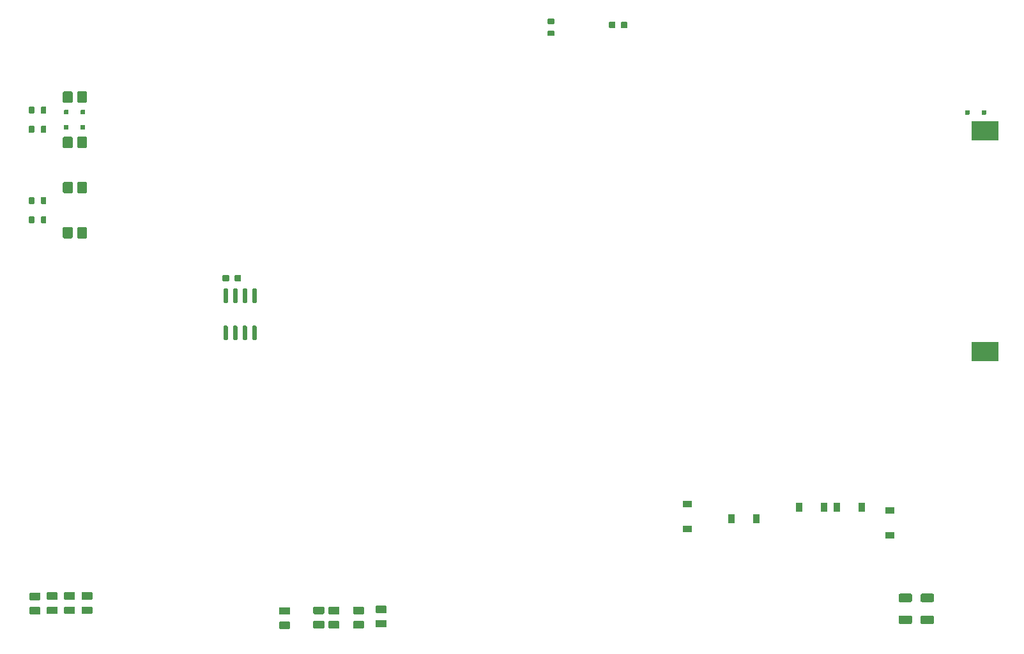
<source format=gtp>
G04 #@! TF.GenerationSoftware,KiCad,Pcbnew,8.0.8*
G04 #@! TF.CreationDate,2025-12-13T23:59:38-05:00*
G04 #@! TF.ProjectId,hellen121vag,68656c6c-656e-4313-9231-7661672e6b69,d*
G04 #@! TF.SameCoordinates,PX2b953a0PY6943058*
G04 #@! TF.FileFunction,Paste,Top*
G04 #@! TF.FilePolarity,Positive*
%FSLAX46Y46*%
G04 Gerber Fmt 4.6, Leading zero omitted, Abs format (unit mm)*
G04 Created by KiCad (PCBNEW 8.0.8) date 2025-12-13 23:59:38*
%MOMM*%
%LPD*%
G01*
G04 APERTURE LIST*
%ADD10O,0.000001X0.000001*%
%ADD11R,1.200000X0.900000*%
%ADD12R,3.600000X2.600000*%
%ADD13R,0.900000X1.200000*%
G04 APERTURE END LIST*
G04 #@! TO.C,U3*
G36*
G01*
X34145000Y69800000D02*
X33845000Y69800000D01*
G75*
G02*
X33695000Y69950000I0J150000D01*
G01*
X33695000Y71600000D01*
G75*
G02*
X33845000Y71750000I150000J0D01*
G01*
X34145000Y71750000D01*
G75*
G02*
X34295000Y71600000I0J-150000D01*
G01*
X34295000Y69950000D01*
G75*
G02*
X34145000Y69800000I-150000J0D01*
G01*
G37*
G36*
G01*
X35415000Y69800000D02*
X35115000Y69800000D01*
G75*
G02*
X34965000Y69950000I0J150000D01*
G01*
X34965000Y71600000D01*
G75*
G02*
X35115000Y71750000I150000J0D01*
G01*
X35415000Y71750000D01*
G75*
G02*
X35565000Y71600000I0J-150000D01*
G01*
X35565000Y69950000D01*
G75*
G02*
X35415000Y69800000I-150000J0D01*
G01*
G37*
G36*
G01*
X36685000Y69800000D02*
X36385000Y69800000D01*
G75*
G02*
X36235000Y69950000I0J150000D01*
G01*
X36235000Y71600000D01*
G75*
G02*
X36385000Y71750000I150000J0D01*
G01*
X36685000Y71750000D01*
G75*
G02*
X36835000Y71600000I0J-150000D01*
G01*
X36835000Y69950000D01*
G75*
G02*
X36685000Y69800000I-150000J0D01*
G01*
G37*
G36*
G01*
X37955000Y69800000D02*
X37655000Y69800000D01*
G75*
G02*
X37505000Y69950000I0J150000D01*
G01*
X37505000Y71600000D01*
G75*
G02*
X37655000Y71750000I150000J0D01*
G01*
X37955000Y71750000D01*
G75*
G02*
X38105000Y71600000I0J-150000D01*
G01*
X38105000Y69950000D01*
G75*
G02*
X37955000Y69800000I-150000J0D01*
G01*
G37*
G36*
G01*
X37955000Y64850000D02*
X37655000Y64850000D01*
G75*
G02*
X37505000Y65000000I0J150000D01*
G01*
X37505000Y66650000D01*
G75*
G02*
X37655000Y66800000I150000J0D01*
G01*
X37955000Y66800000D01*
G75*
G02*
X38105000Y66650000I0J-150000D01*
G01*
X38105000Y65000000D01*
G75*
G02*
X37955000Y64850000I-150000J0D01*
G01*
G37*
G36*
G01*
X36685000Y64850000D02*
X36385000Y64850000D01*
G75*
G02*
X36235000Y65000000I0J150000D01*
G01*
X36235000Y66650000D01*
G75*
G02*
X36385000Y66800000I150000J0D01*
G01*
X36685000Y66800000D01*
G75*
G02*
X36835000Y66650000I0J-150000D01*
G01*
X36835000Y65000000D01*
G75*
G02*
X36685000Y64850000I-150000J0D01*
G01*
G37*
G36*
G01*
X35415000Y64850000D02*
X35115000Y64850000D01*
G75*
G02*
X34965000Y65000000I0J150000D01*
G01*
X34965000Y66650000D01*
G75*
G02*
X35115000Y66800000I150000J0D01*
G01*
X35415000Y66800000D01*
G75*
G02*
X35565000Y66650000I0J-150000D01*
G01*
X35565000Y65000000D01*
G75*
G02*
X35415000Y64850000I-150000J0D01*
G01*
G37*
G36*
G01*
X34145000Y64850000D02*
X33845000Y64850000D01*
G75*
G02*
X33695000Y65000000I0J150000D01*
G01*
X33695000Y66650000D01*
G75*
G02*
X33845000Y66800000I150000J0D01*
G01*
X34145000Y66800000D01*
G75*
G02*
X34295000Y66650000I0J-150000D01*
G01*
X34295000Y65000000D01*
G75*
G02*
X34145000Y64850000I-150000J0D01*
G01*
G37*
G04 #@! TD*
D10*
G04 #@! TO.C,M6*
X95546542Y48347505D03*
G04 #@! TD*
G04 #@! TO.C,D8*
G36*
G01*
X12411979Y90505000D02*
X12411979Y91745000D01*
G75*
G02*
X12541979Y91875000I130000J0D01*
G01*
X13581979Y91875000D01*
G75*
G02*
X13711979Y91745000I0J-130000D01*
G01*
X13711979Y90505000D01*
G75*
G02*
X13581979Y90375000I-130000J0D01*
G01*
X12541979Y90375000D01*
G75*
G02*
X12411979Y90505000I0J130000D01*
G01*
G37*
G36*
G01*
X14312000Y90505000D02*
X14312000Y91745000D01*
G75*
G02*
X14442000Y91875000I130000J0D01*
G01*
X15482000Y91875000D01*
G75*
G02*
X15612000Y91745000I0J-130000D01*
G01*
X15612000Y90505000D01*
G75*
G02*
X15482000Y90375000I-130000J0D01*
G01*
X14442000Y90375000D01*
G75*
G02*
X14312000Y90505000I0J130000D01*
G01*
G37*
G04 #@! TD*
G04 #@! TO.C,R13*
G36*
G01*
X8075000Y31375001D02*
X9325000Y31375001D01*
G75*
G02*
X9425000Y31275001I0J-100000D01*
G01*
X9425000Y30475001D01*
G75*
G02*
X9325000Y30375001I-100000J0D01*
G01*
X8075000Y30375001D01*
G75*
G02*
X7975000Y30475001I0J100000D01*
G01*
X7975000Y31275001D01*
G75*
G02*
X8075000Y31375001I100000J0D01*
G01*
G37*
G36*
G01*
X8075000Y29474979D02*
X9325000Y29474979D01*
G75*
G02*
X9425000Y29374979I0J-100000D01*
G01*
X9425000Y28574979D01*
G75*
G02*
X9325000Y28474979I-100000J0D01*
G01*
X8075000Y28474979D01*
G75*
G02*
X7975000Y28574979I0J100000D01*
G01*
X7975000Y29374979D01*
G75*
G02*
X8075000Y29474979I100000J0D01*
G01*
G37*
G04 #@! TD*
G04 #@! TO.C,R4*
G36*
G01*
X55225000Y26749999D02*
X53975000Y26749999D01*
G75*
G02*
X53875000Y26849999I0J100000D01*
G01*
X53875000Y27649999D01*
G75*
G02*
X53975000Y27749999I100000J0D01*
G01*
X55225000Y27749999D01*
G75*
G02*
X55325000Y27649999I0J-100000D01*
G01*
X55325000Y26849999D01*
G75*
G02*
X55225000Y26749999I-100000J0D01*
G01*
G37*
G36*
G01*
X55225000Y28650021D02*
X53975000Y28650021D01*
G75*
G02*
X53875000Y28750021I0J100000D01*
G01*
X53875000Y29550021D01*
G75*
G02*
X53975000Y29650021I100000J0D01*
G01*
X55225000Y29650021D01*
G75*
G02*
X55325000Y29550021I0J-100000D01*
G01*
X55325000Y28750021D01*
G75*
G02*
X55225000Y28650021I-100000J0D01*
G01*
G37*
G04 #@! TD*
G04 #@! TO.C,R16*
G36*
G01*
X8612000Y95790000D02*
X8612000Y95010000D01*
G75*
G02*
X8542000Y94940000I-70000J0D01*
G01*
X7982000Y94940000D01*
G75*
G02*
X7912000Y95010000I0J70000D01*
G01*
X7912000Y95790000D01*
G75*
G02*
X7982000Y95860000I70000J0D01*
G01*
X8542000Y95860000D01*
G75*
G02*
X8612000Y95790000I0J-70000D01*
G01*
G37*
G36*
G01*
X10212000Y95790000D02*
X10212000Y95010000D01*
G75*
G02*
X10142000Y94940000I-70000J0D01*
G01*
X9582000Y94940000D01*
G75*
G02*
X9512000Y95010000I0J70000D01*
G01*
X9512000Y95790000D01*
G75*
G02*
X9582000Y95860000I70000J0D01*
G01*
X10142000Y95860000D01*
G75*
G02*
X10212000Y95790000I0J-70000D01*
G01*
G37*
G04 #@! TD*
G04 #@! TO.C,R8*
G36*
G01*
X47725000Y29500001D02*
X48975000Y29500001D01*
G75*
G02*
X49075000Y29400001I0J-100000D01*
G01*
X49075000Y28600001D01*
G75*
G02*
X48975000Y28500001I-100000J0D01*
G01*
X47725000Y28500001D01*
G75*
G02*
X47625000Y28600001I0J100000D01*
G01*
X47625000Y29400001D01*
G75*
G02*
X47725000Y29500001I100000J0D01*
G01*
G37*
G36*
G01*
X47725000Y27599979D02*
X48975000Y27599979D01*
G75*
G02*
X49075000Y27499979I0J-100000D01*
G01*
X49075000Y26699979D01*
G75*
G02*
X48975000Y26599979I-100000J0D01*
G01*
X47725000Y26599979D01*
G75*
G02*
X47625000Y26699979I0J100000D01*
G01*
X47625000Y27499979D01*
G75*
G02*
X47725000Y27599979I100000J0D01*
G01*
G37*
G04 #@! TD*
G04 #@! TO.C,F1*
G36*
G01*
X124975000Y28119990D02*
X124975000Y27429990D01*
G75*
G02*
X124745000Y27199990I-230000J0D01*
G01*
X123405000Y27199990D01*
G75*
G02*
X123175000Y27429990I0J230000D01*
G01*
X123175000Y28119990D01*
G75*
G02*
X123405000Y28349990I230000J0D01*
G01*
X124745000Y28349990D01*
G75*
G02*
X124975000Y28119990I0J-230000D01*
G01*
G37*
G36*
G01*
X124975000Y31020010D02*
X124975000Y30330010D01*
G75*
G02*
X124745000Y30100010I-230000J0D01*
G01*
X123405000Y30100010D01*
G75*
G02*
X123175000Y30330010I0J230000D01*
G01*
X123175000Y31020010D01*
G75*
G02*
X123405000Y31250010I230000J0D01*
G01*
X124745000Y31250010D01*
G75*
G02*
X124975000Y31020010I0J-230000D01*
G01*
G37*
G04 #@! TD*
D11*
G04 #@! TO.C,D10*
X122016200Y38951200D03*
X122016200Y42251200D03*
G04 #@! TD*
G04 #@! TO.C,R21*
G36*
G01*
X8612000Y81240000D02*
X8612000Y80460000D01*
G75*
G02*
X8542000Y80390000I-70000J0D01*
G01*
X7982000Y80390000D01*
G75*
G02*
X7912000Y80460000I0J70000D01*
G01*
X7912000Y81240000D01*
G75*
G02*
X7982000Y81310000I70000J0D01*
G01*
X8542000Y81310000D01*
G75*
G02*
X8612000Y81240000I0J-70000D01*
G01*
G37*
G36*
G01*
X10212000Y81240000D02*
X10212000Y80460000D01*
G75*
G02*
X10142000Y80390000I-70000J0D01*
G01*
X9582000Y80390000D01*
G75*
G02*
X9512000Y80460000I0J70000D01*
G01*
X9512000Y81240000D01*
G75*
G02*
X9582000Y81310000I70000J0D01*
G01*
X10142000Y81310000D01*
G75*
G02*
X10212000Y81240000I0J-70000D01*
G01*
G37*
G04 #@! TD*
G04 #@! TO.C,D4*
G36*
G01*
X12411979Y96505000D02*
X12411979Y97745000D01*
G75*
G02*
X12541979Y97875000I130000J0D01*
G01*
X13581979Y97875000D01*
G75*
G02*
X13711979Y97745000I0J-130000D01*
G01*
X13711979Y96505000D01*
G75*
G02*
X13581979Y96375000I-130000J0D01*
G01*
X12541979Y96375000D01*
G75*
G02*
X12411979Y96505000I0J130000D01*
G01*
G37*
G36*
G01*
X14312000Y96505000D02*
X14312000Y97745000D01*
G75*
G02*
X14442000Y97875000I130000J0D01*
G01*
X15482000Y97875000D01*
G75*
G02*
X15612000Y97745000I0J-130000D01*
G01*
X15612000Y96505000D01*
G75*
G02*
X15482000Y96375000I-130000J0D01*
G01*
X14442000Y96375000D01*
G75*
G02*
X14312000Y96505000I0J130000D01*
G01*
G37*
G04 #@! TD*
G04 #@! TO.C,C16*
G36*
G01*
X36015001Y73440000D02*
X36015001Y72760000D01*
G75*
G02*
X35930001Y72675000I-85000J0D01*
G01*
X35250001Y72675000D01*
G75*
G02*
X35165001Y72760000I0J85000D01*
G01*
X35165001Y73440000D01*
G75*
G02*
X35250001Y73525000I85000J0D01*
G01*
X35930001Y73525000D01*
G75*
G02*
X36015001Y73440000I0J-85000D01*
G01*
G37*
G36*
G01*
X34434999Y73440000D02*
X34434999Y72760000D01*
G75*
G02*
X34349999Y72675000I-85000J0D01*
G01*
X33669999Y72675000D01*
G75*
G02*
X33584999Y72760000I0J85000D01*
G01*
X33584999Y73440000D01*
G75*
G02*
X33669999Y73525000I85000J0D01*
G01*
X34349999Y73525000D01*
G75*
G02*
X34434999Y73440000I0J-85000D01*
G01*
G37*
G04 #@! TD*
D12*
G04 #@! TO.C,BT1*
X134600000Y63400000D03*
X134600000Y92700000D03*
G04 #@! TD*
G04 #@! TO.C,D5*
G36*
G01*
X13102000Y92825000D02*
X12622000Y92825000D01*
G75*
G02*
X12562000Y92885000I0J60000D01*
G01*
X12562000Y93365000D01*
G75*
G02*
X12622000Y93425000I60000J0D01*
G01*
X13102000Y93425000D01*
G75*
G02*
X13162000Y93365000I0J-60000D01*
G01*
X13162000Y92885000D01*
G75*
G02*
X13102000Y92825000I-60000J0D01*
G01*
G37*
G36*
G01*
X15302000Y92825000D02*
X14822000Y92825000D01*
G75*
G02*
X14762000Y92885000I0J60000D01*
G01*
X14762000Y93365000D01*
G75*
G02*
X14822000Y93425000I60000J0D01*
G01*
X15302000Y93425000D01*
G75*
G02*
X15362000Y93365000I0J-60000D01*
G01*
X15362000Y92885000D01*
G75*
G02*
X15302000Y92825000I-60000J0D01*
G01*
G37*
G04 #@! TD*
G04 #@! TO.C,R10*
G36*
G01*
X12675000Y31425001D02*
X13925000Y31425001D01*
G75*
G02*
X14025000Y31325001I0J-100000D01*
G01*
X14025000Y30525001D01*
G75*
G02*
X13925000Y30425001I-100000J0D01*
G01*
X12675000Y30425001D01*
G75*
G02*
X12575000Y30525001I0J100000D01*
G01*
X12575000Y31325001D01*
G75*
G02*
X12675000Y31425001I100000J0D01*
G01*
G37*
G36*
G01*
X12675000Y29524979D02*
X13925000Y29524979D01*
G75*
G02*
X14025000Y29424979I0J-100000D01*
G01*
X14025000Y28624979D01*
G75*
G02*
X13925000Y28524979I-100000J0D01*
G01*
X12675000Y28524979D01*
G75*
G02*
X12575000Y28624979I0J100000D01*
G01*
X12575000Y29424979D01*
G75*
G02*
X12675000Y29524979I100000J0D01*
G01*
G37*
G04 #@! TD*
G04 #@! TO.C,D3*
G36*
G01*
X13102000Y94825000D02*
X12622000Y94825000D01*
G75*
G02*
X12562000Y94885000I0J60000D01*
G01*
X12562000Y95365000D01*
G75*
G02*
X12622000Y95425000I60000J0D01*
G01*
X13102000Y95425000D01*
G75*
G02*
X13162000Y95365000I0J-60000D01*
G01*
X13162000Y94885000D01*
G75*
G02*
X13102000Y94825000I-60000J0D01*
G01*
G37*
G36*
G01*
X15302000Y94825000D02*
X14822000Y94825000D01*
G75*
G02*
X14762000Y94885000I0J60000D01*
G01*
X14762000Y95365000D01*
G75*
G02*
X14822000Y95425000I60000J0D01*
G01*
X15302000Y95425000D01*
G75*
G02*
X15362000Y95365000I0J-60000D01*
G01*
X15362000Y94885000D01*
G75*
G02*
X15302000Y94825000I-60000J0D01*
G01*
G37*
G04 #@! TD*
G04 #@! TO.C,R9*
G36*
G01*
X52225000Y26599999D02*
X50975000Y26599999D01*
G75*
G02*
X50875000Y26699999I0J100000D01*
G01*
X50875000Y27499999D01*
G75*
G02*
X50975000Y27599999I100000J0D01*
G01*
X52225000Y27599999D01*
G75*
G02*
X52325000Y27499999I0J-100000D01*
G01*
X52325000Y26699999D01*
G75*
G02*
X52225000Y26599999I-100000J0D01*
G01*
G37*
G36*
G01*
X52225000Y28500021D02*
X50975000Y28500021D01*
G75*
G02*
X50875000Y28600021I0J100000D01*
G01*
X50875000Y29400021D01*
G75*
G02*
X50975000Y29500021I100000J0D01*
G01*
X52225000Y29500021D01*
G75*
G02*
X52325000Y29400021I0J-100000D01*
G01*
X52325000Y28600021D01*
G75*
G02*
X52225000Y28500021I-100000J0D01*
G01*
G37*
G04 #@! TD*
G04 #@! TO.C,D9*
G36*
G01*
X134260000Y95400000D02*
X134740000Y95400000D01*
G75*
G02*
X134800000Y95340000I0J-60000D01*
G01*
X134800000Y94860000D01*
G75*
G02*
X134740000Y94800000I-60000J0D01*
G01*
X134260000Y94800000D01*
G75*
G02*
X134200000Y94860000I0J60000D01*
G01*
X134200000Y95340000D01*
G75*
G02*
X134260000Y95400000I60000J0D01*
G01*
G37*
G36*
G01*
X132060000Y95400000D02*
X132540000Y95400000D01*
G75*
G02*
X132600000Y95340000I0J-60000D01*
G01*
X132600000Y94860000D01*
G75*
G02*
X132540000Y94800000I-60000J0D01*
G01*
X132060000Y94800000D01*
G75*
G02*
X132000000Y94860000I0J60000D01*
G01*
X132000000Y95340000D01*
G75*
G02*
X132060000Y95400000I60000J0D01*
G01*
G37*
G04 #@! TD*
D13*
G04 #@! TO.C,D12*
X113303000Y42709400D03*
X110003000Y42709400D03*
G04 #@! TD*
G04 #@! TO.C,D11*
X114981400Y42709400D03*
X118281400Y42709400D03*
G04 #@! TD*
G04 #@! TO.C,R2*
G36*
G01*
X46950000Y26619999D02*
X45700000Y26619999D01*
G75*
G02*
X45600000Y26719999I0J100000D01*
G01*
X45600000Y27519999D01*
G75*
G02*
X45700000Y27619999I100000J0D01*
G01*
X46950000Y27619999D01*
G75*
G02*
X47050000Y27519999I0J-100000D01*
G01*
X47050000Y26719999D01*
G75*
G02*
X46950000Y26619999I-100000J0D01*
G01*
G37*
G36*
G01*
X46950000Y28520021D02*
X45700000Y28520021D01*
G75*
G02*
X45600000Y28620021I0J100000D01*
G01*
X45600000Y29420021D01*
G75*
G02*
X45700000Y29520021I100000J0D01*
G01*
X46950000Y29520021D01*
G75*
G02*
X47050000Y29420021I0J-100000D01*
G01*
X47050000Y28620021D01*
G75*
G02*
X46950000Y28520021I-100000J0D01*
G01*
G37*
G04 #@! TD*
G04 #@! TO.C,D14*
X104350000Y41175000D03*
X101050000Y41175000D03*
G04 #@! TD*
G04 #@! TO.C,R12*
G36*
G01*
X14975000Y31425022D02*
X16225000Y31425022D01*
G75*
G02*
X16325000Y31325022I0J-100000D01*
G01*
X16325000Y30525022D01*
G75*
G02*
X16225000Y30425022I-100000J0D01*
G01*
X14975000Y30425022D01*
G75*
G02*
X14875000Y30525022I0J100000D01*
G01*
X14875000Y31325022D01*
G75*
G02*
X14975000Y31425022I100000J0D01*
G01*
G37*
G36*
G01*
X14975000Y29525000D02*
X16225000Y29525000D01*
G75*
G02*
X16325000Y29425000I0J-100000D01*
G01*
X16325000Y28625000D01*
G75*
G02*
X16225000Y28525000I-100000J0D01*
G01*
X14975000Y28525000D01*
G75*
G02*
X14875000Y28625000I0J100000D01*
G01*
X14875000Y29425000D01*
G75*
G02*
X14975000Y29525000I100000J0D01*
G01*
G37*
G04 #@! TD*
G04 #@! TO.C,F2*
G36*
G01*
X127875000Y28119990D02*
X127875000Y27429990D01*
G75*
G02*
X127645000Y27199990I-230000J0D01*
G01*
X126305000Y27199990D01*
G75*
G02*
X126075000Y27429990I0J230000D01*
G01*
X126075000Y28119990D01*
G75*
G02*
X126305000Y28349990I230000J0D01*
G01*
X127645000Y28349990D01*
G75*
G02*
X127875000Y28119990I0J-230000D01*
G01*
G37*
G36*
G01*
X127875000Y31020010D02*
X127875000Y30330010D01*
G75*
G02*
X127645000Y30100010I-230000J0D01*
G01*
X126305000Y30100010D01*
G75*
G02*
X126075000Y30330010I0J230000D01*
G01*
X126075000Y31020010D01*
G75*
G02*
X126305000Y31250010I230000J0D01*
G01*
X127645000Y31250010D01*
G75*
G02*
X127875000Y31020010I0J-230000D01*
G01*
G37*
G04 #@! TD*
G04 #@! TO.C,R20*
G36*
G01*
X8612000Y83790000D02*
X8612000Y83010000D01*
G75*
G02*
X8542000Y82940000I-70000J0D01*
G01*
X7982000Y82940000D01*
G75*
G02*
X7912000Y83010000I0J70000D01*
G01*
X7912000Y83790000D01*
G75*
G02*
X7982000Y83860000I70000J0D01*
G01*
X8542000Y83860000D01*
G75*
G02*
X8612000Y83790000I0J-70000D01*
G01*
G37*
G36*
G01*
X10212000Y83790000D02*
X10212000Y83010000D01*
G75*
G02*
X10142000Y82940000I-70000J0D01*
G01*
X9582000Y82940000D01*
G75*
G02*
X9512000Y83010000I0J70000D01*
G01*
X9512000Y83790000D01*
G75*
G02*
X9582000Y83860000I70000J0D01*
G01*
X10142000Y83860000D01*
G75*
G02*
X10212000Y83790000I0J-70000D01*
G01*
G37*
G04 #@! TD*
G04 #@! TO.C,R17*
G36*
G01*
X8612000Y93240000D02*
X8612000Y92460000D01*
G75*
G02*
X8542000Y92390000I-70000J0D01*
G01*
X7982000Y92390000D01*
G75*
G02*
X7912000Y92460000I0J70000D01*
G01*
X7912000Y93240000D01*
G75*
G02*
X7982000Y93310000I70000J0D01*
G01*
X8542000Y93310000D01*
G75*
G02*
X8612000Y93240000I0J-70000D01*
G01*
G37*
G36*
G01*
X10212000Y93240000D02*
X10212000Y92460000D01*
G75*
G02*
X10142000Y92390000I-70000J0D01*
G01*
X9582000Y92390000D01*
G75*
G02*
X9512000Y92460000I0J70000D01*
G01*
X9512000Y93240000D01*
G75*
G02*
X9582000Y93310000I70000J0D01*
G01*
X10142000Y93310000D01*
G75*
G02*
X10212000Y93240000I0J-70000D01*
G01*
G37*
G04 #@! TD*
G04 #@! TO.C,R3*
G36*
G01*
X41175000Y29455001D02*
X42425000Y29455001D01*
G75*
G02*
X42525000Y29355001I0J-100000D01*
G01*
X42525000Y28555001D01*
G75*
G02*
X42425000Y28455001I-100000J0D01*
G01*
X41175000Y28455001D01*
G75*
G02*
X41075000Y28555001I0J100000D01*
G01*
X41075000Y29355001D01*
G75*
G02*
X41175000Y29455001I100000J0D01*
G01*
G37*
G36*
G01*
X41175000Y27554979D02*
X42425000Y27554979D01*
G75*
G02*
X42525000Y27454979I0J-100000D01*
G01*
X42525000Y26654979D01*
G75*
G02*
X42425000Y26554979I-100000J0D01*
G01*
X41175000Y26554979D01*
G75*
G02*
X41075000Y26654979I0J100000D01*
G01*
X41075000Y27454979D01*
G75*
G02*
X41175000Y27554979I100000J0D01*
G01*
G37*
G04 #@! TD*
G04 #@! TO.C,D7*
G36*
G01*
X12411979Y78505000D02*
X12411979Y79745000D01*
G75*
G02*
X12541979Y79875000I130000J0D01*
G01*
X13581979Y79875000D01*
G75*
G02*
X13711979Y79745000I0J-130000D01*
G01*
X13711979Y78505000D01*
G75*
G02*
X13581979Y78375000I-130000J0D01*
G01*
X12541979Y78375000D01*
G75*
G02*
X12411979Y78505000I0J130000D01*
G01*
G37*
G36*
G01*
X14312000Y78505000D02*
X14312000Y79745000D01*
G75*
G02*
X14442000Y79875000I130000J0D01*
G01*
X15482000Y79875000D01*
G75*
G02*
X15612000Y79745000I0J-130000D01*
G01*
X15612000Y78505000D01*
G75*
G02*
X15482000Y78375000I-130000J0D01*
G01*
X14442000Y78375000D01*
G75*
G02*
X14312000Y78505000I0J130000D01*
G01*
G37*
G04 #@! TD*
G04 #@! TO.C,D6*
G36*
G01*
X12411979Y84505000D02*
X12411979Y85745000D01*
G75*
G02*
X12541979Y85875000I130000J0D01*
G01*
X13581979Y85875000D01*
G75*
G02*
X13711979Y85745000I0J-130000D01*
G01*
X13711979Y84505000D01*
G75*
G02*
X13581979Y84375000I-130000J0D01*
G01*
X12541979Y84375000D01*
G75*
G02*
X12411979Y84505000I0J130000D01*
G01*
G37*
G36*
G01*
X14312000Y84505000D02*
X14312000Y85745000D01*
G75*
G02*
X14442000Y85875000I130000J0D01*
G01*
X15482000Y85875000D01*
G75*
G02*
X15612000Y85745000I0J-130000D01*
G01*
X15612000Y84505000D01*
G75*
G02*
X15482000Y84375000I-130000J0D01*
G01*
X14442000Y84375000D01*
G75*
G02*
X14312000Y84505000I0J130000D01*
G01*
G37*
G04 #@! TD*
G04 #@! TO.C,C17*
G36*
G01*
X85634999Y107040000D02*
X85634999Y106360000D01*
G75*
G02*
X85549999Y106275000I-85000J0D01*
G01*
X84869999Y106275000D01*
G75*
G02*
X84784999Y106360000I0J85000D01*
G01*
X84784999Y107040000D01*
G75*
G02*
X84869999Y107125000I85000J0D01*
G01*
X85549999Y107125000D01*
G75*
G02*
X85634999Y107040000I0J-85000D01*
G01*
G37*
G36*
G01*
X87215001Y107040000D02*
X87215001Y106360000D01*
G75*
G02*
X87130001Y106275000I-85000J0D01*
G01*
X86450001Y106275000D01*
G75*
G02*
X86365001Y106360000I0J85000D01*
G01*
X86365001Y107040000D01*
G75*
G02*
X86450001Y107125000I85000J0D01*
G01*
X87130001Y107125000D01*
G75*
G02*
X87215001Y107040000I0J-85000D01*
G01*
G37*
G04 #@! TD*
D11*
G04 #@! TO.C,D13*
X95200000Y43125000D03*
X95200000Y39825000D03*
G04 #@! TD*
G04 #@! TO.C,R23*
G36*
G01*
X77499000Y106837200D02*
X76719000Y106837200D01*
G75*
G02*
X76649000Y106907200I0J70000D01*
G01*
X76649000Y107467200D01*
G75*
G02*
X76719000Y107537200I70000J0D01*
G01*
X77499000Y107537200D01*
G75*
G02*
X77569000Y107467200I0J-70000D01*
G01*
X77569000Y106907200D01*
G75*
G02*
X77499000Y106837200I-70000J0D01*
G01*
G37*
G36*
G01*
X77499000Y105237200D02*
X76719000Y105237200D01*
G75*
G02*
X76649000Y105307200I0J70000D01*
G01*
X76649000Y105867200D01*
G75*
G02*
X76719000Y105937200I70000J0D01*
G01*
X77499000Y105937200D01*
G75*
G02*
X77569000Y105867200I0J-70000D01*
G01*
X77569000Y105307200D01*
G75*
G02*
X77499000Y105237200I-70000J0D01*
G01*
G37*
G04 #@! TD*
G04 #@! TO.C,R11*
G36*
G01*
X10375000Y31425001D02*
X11625000Y31425001D01*
G75*
G02*
X11725000Y31325001I0J-100000D01*
G01*
X11725000Y30525001D01*
G75*
G02*
X11625000Y30425001I-100000J0D01*
G01*
X10375000Y30425001D01*
G75*
G02*
X10275000Y30525001I0J100000D01*
G01*
X10275000Y31325001D01*
G75*
G02*
X10375000Y31425001I100000J0D01*
G01*
G37*
G36*
G01*
X10375000Y29524979D02*
X11625000Y29524979D01*
G75*
G02*
X11725000Y29424979I0J-100000D01*
G01*
X11725000Y28624979D01*
G75*
G02*
X11625000Y28524979I-100000J0D01*
G01*
X10375000Y28524979D01*
G75*
G02*
X10275000Y28624979I0J100000D01*
G01*
X10275000Y29424979D01*
G75*
G02*
X10375000Y29524979I100000J0D01*
G01*
G37*
G04 #@! TD*
M02*

</source>
